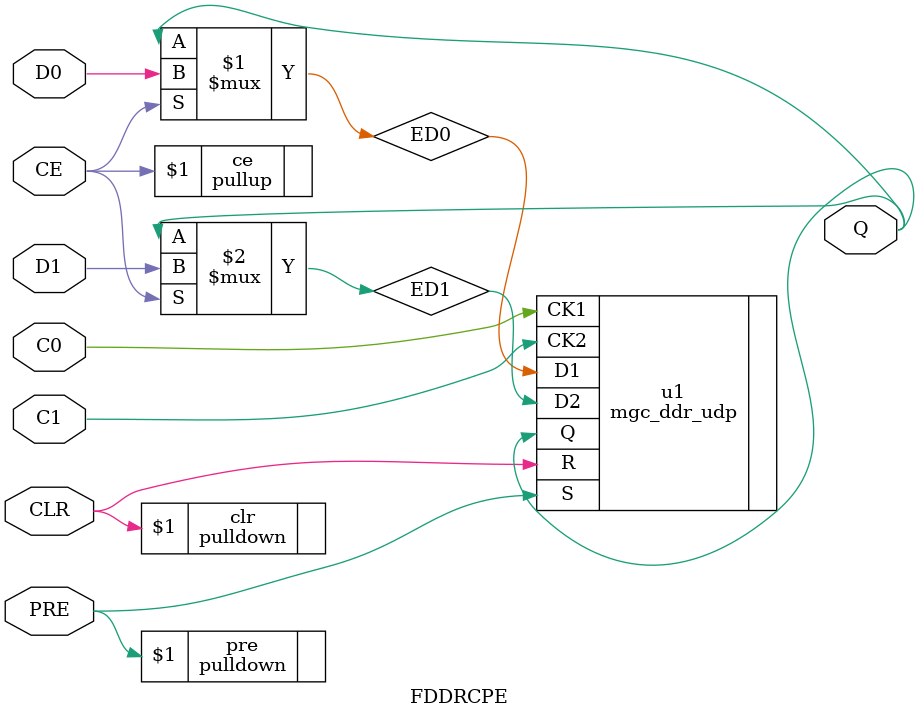
<source format=v>

`timescale  100 ps / 10 ps

module FDDRCPE (Q, C0, C1, CE, CLR, D0, D1, PRE);

    parameter INIT = 1'b0; 

    input  C0, C1, CE, D0, D1, CLR, PRE ;
    output Q;

    wire Q; // mgc reg Q;
    wire ED0, ED1;

    pulldown clr (CLR);
    pulldown pre (PRE);
    pullup ce (CE);
    
    mgc_ddr_udp u1 (.Q(Q), .S(PRE), .R(CLR), .CK1(C0), .D1(ED0), .CK2(C1), .D2(ED1) ); 
    assign ED0 = CE ? D0 : Q;
    assign ED1 = CE ? D1 : Q;

endmodule

</source>
